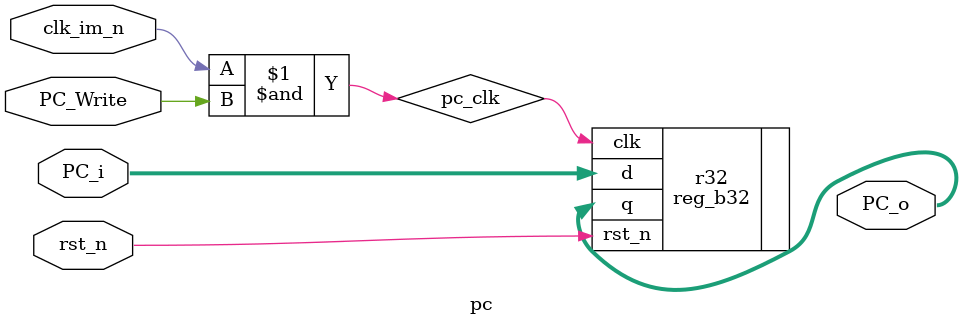
<source format=v>
module pc(
    PC_Write, clk_im_n, PC_o, PC_i,
    rst_n
);

    input PC_Write;
    input clk_im_n;
    input rst_n;
    input [31:0] PC_i;
    output [31:0] PC_o;

    wire pc_clk;
    
    assign pc_clk = clk_im_n & PC_Write;

    reg_b32 r32(
        .clk(pc_clk),
        .rst_n(rst_n),
        .d(PC_i),
        .q(PC_o)
    );

endmodule

</source>
